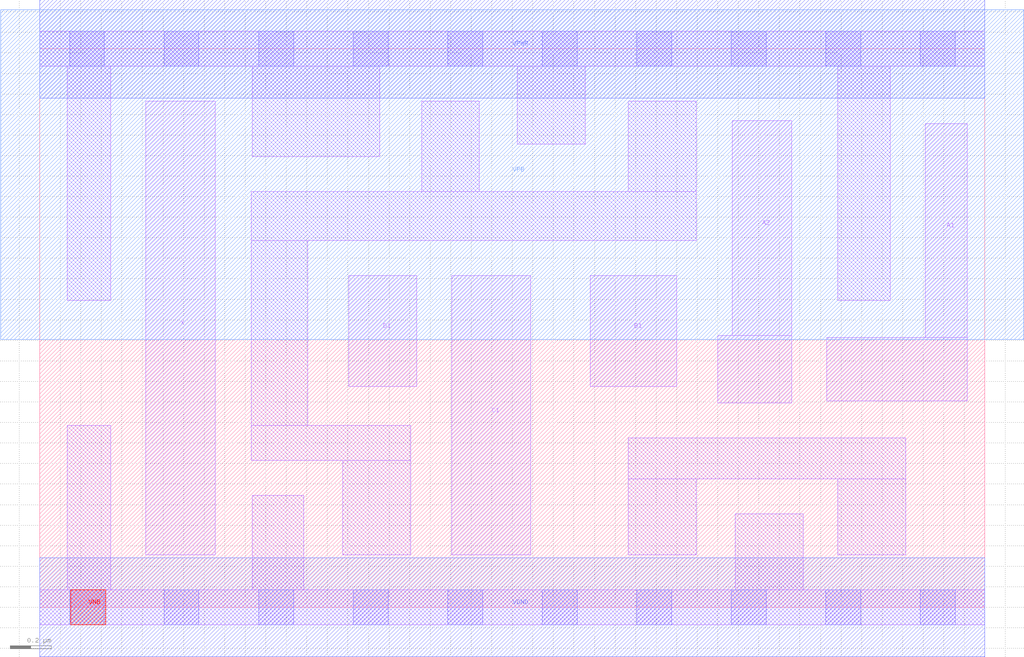
<source format=lef>
# Copyright 2020 The SkyWater PDK Authors
#
# Licensed under the Apache License, Version 2.0 (the "License");
# you may not use this file except in compliance with the License.
# You may obtain a copy of the License at
#
#     https://www.apache.org/licenses/LICENSE-2.0
#
# Unless required by applicable law or agreed to in writing, software
# distributed under the License is distributed on an "AS IS" BASIS,
# WITHOUT WARRANTIES OR CONDITIONS OF ANY KIND, either express or implied.
# See the License for the specific language governing permissions and
# limitations under the License.
#
# SPDX-License-Identifier: Apache-2.0

VERSION 5.7 ;
  NOWIREEXTENSIONATPIN ON ;
  DIVIDERCHAR "/" ;
  BUSBITCHARS "[]" ;
MACRO sky130_fd_sc_hd__o2111a_2
  CLASS CORE ;
  FOREIGN sky130_fd_sc_hd__o2111a_2 ;
  ORIGIN  0.000000  0.000000 ;
  SIZE  4.600000 BY  2.720000 ;
  SYMMETRY X Y R90 ;
  SITE unithd ;
  PIN A1
    ANTENNAGATEAREA  0.247500 ;
    DIRECTION INPUT ;
    USE SIGNAL ;
    PORT
      LAYER li1 ;
        RECT 3.830000 1.005000 4.515000 1.315000 ;
        RECT 4.310000 1.315000 4.515000 2.355000 ;
    END
  END A1
  PIN A2
    ANTENNAGATEAREA  0.247500 ;
    DIRECTION INPUT ;
    USE SIGNAL ;
    PORT
      LAYER li1 ;
        RECT 3.300000 0.995000 3.660000 1.325000 ;
        RECT 3.370000 1.325000 3.660000 2.370000 ;
    END
  END A2
  PIN B1
    ANTENNAGATEAREA  0.247500 ;
    DIRECTION INPUT ;
    USE SIGNAL ;
    PORT
      LAYER li1 ;
        RECT 2.680000 1.075000 3.100000 1.615000 ;
    END
  END B1
  PIN C1
    ANTENNAGATEAREA  0.247500 ;
    DIRECTION INPUT ;
    USE SIGNAL ;
    PORT
      LAYER li1 ;
        RECT 2.005000 0.255000 2.390000 1.615000 ;
    END
  END C1
  PIN D1
    ANTENNAGATEAREA  0.247500 ;
    DIRECTION INPUT ;
    USE SIGNAL ;
    PORT
      LAYER li1 ;
        RECT 1.505000 1.075000 1.835000 1.615000 ;
    END
  END D1
  PIN VNB
    PORT
      LAYER pwell ;
        RECT 0.150000 -0.085000 0.320000 0.085000 ;
    END
  END VNB
  PIN VPB
    PORT
      LAYER nwell ;
        RECT -0.190000 1.305000 4.790000 2.910000 ;
    END
  END VPB
  PIN X
    ANTENNADIFFAREA  0.462000 ;
    DIRECTION OUTPUT ;
    USE SIGNAL ;
    PORT
      LAYER li1 ;
        RECT 0.515000 0.255000 0.855000 2.465000 ;
    END
  END X
  PIN VGND
    DIRECTION INOUT ;
    SHAPE ABUTMENT ;
    USE GROUND ;
    PORT
      LAYER met1 ;
        RECT 0.000000 -0.240000 4.600000 0.240000 ;
    END
  END VGND
  PIN VPWR
    DIRECTION INOUT ;
    SHAPE ABUTMENT ;
    USE POWER ;
    PORT
      LAYER met1 ;
        RECT 0.000000 2.480000 4.600000 2.960000 ;
    END
  END VPWR
  OBS
    LAYER li1 ;
      RECT 0.000000 -0.085000 4.600000 0.085000 ;
      RECT 0.000000  2.635000 4.600000 2.805000 ;
      RECT 0.135000  0.085000 0.345000 0.885000 ;
      RECT 0.135000  1.495000 0.345000 2.635000 ;
      RECT 1.030000  0.715000 1.805000 0.885000 ;
      RECT 1.030000  0.885000 1.305000 1.785000 ;
      RECT 1.030000  1.785000 3.195000 2.025000 ;
      RECT 1.035000  0.085000 1.285000 0.545000 ;
      RECT 1.035000  2.195000 1.655000 2.635000 ;
      RECT 1.475000  0.255000 1.805000 0.715000 ;
      RECT 1.860000  2.025000 2.140000 2.465000 ;
      RECT 2.325000  2.255000 2.655000 2.635000 ;
      RECT 2.865000  0.255000 3.195000 0.625000 ;
      RECT 2.865000  0.625000 4.215000 0.825000 ;
      RECT 2.865000  2.025000 3.195000 2.465000 ;
      RECT 3.385000  0.085000 3.715000 0.455000 ;
      RECT 3.885000  0.255000 4.215000 0.625000 ;
      RECT 3.885000  1.495000 4.140000 2.635000 ;
    LAYER mcon ;
      RECT 0.145000 -0.085000 0.315000 0.085000 ;
      RECT 0.145000  2.635000 0.315000 2.805000 ;
      RECT 0.605000 -0.085000 0.775000 0.085000 ;
      RECT 0.605000  2.635000 0.775000 2.805000 ;
      RECT 1.065000 -0.085000 1.235000 0.085000 ;
      RECT 1.065000  2.635000 1.235000 2.805000 ;
      RECT 1.525000 -0.085000 1.695000 0.085000 ;
      RECT 1.525000  2.635000 1.695000 2.805000 ;
      RECT 1.985000 -0.085000 2.155000 0.085000 ;
      RECT 1.985000  2.635000 2.155000 2.805000 ;
      RECT 2.445000 -0.085000 2.615000 0.085000 ;
      RECT 2.445000  2.635000 2.615000 2.805000 ;
      RECT 2.905000 -0.085000 3.075000 0.085000 ;
      RECT 2.905000  2.635000 3.075000 2.805000 ;
      RECT 3.365000 -0.085000 3.535000 0.085000 ;
      RECT 3.365000  2.635000 3.535000 2.805000 ;
      RECT 3.825000 -0.085000 3.995000 0.085000 ;
      RECT 3.825000  2.635000 3.995000 2.805000 ;
      RECT 4.285000 -0.085000 4.455000 0.085000 ;
      RECT 4.285000  2.635000 4.455000 2.805000 ;
  END
END sky130_fd_sc_hd__o2111a_2
END LIBRARY

</source>
